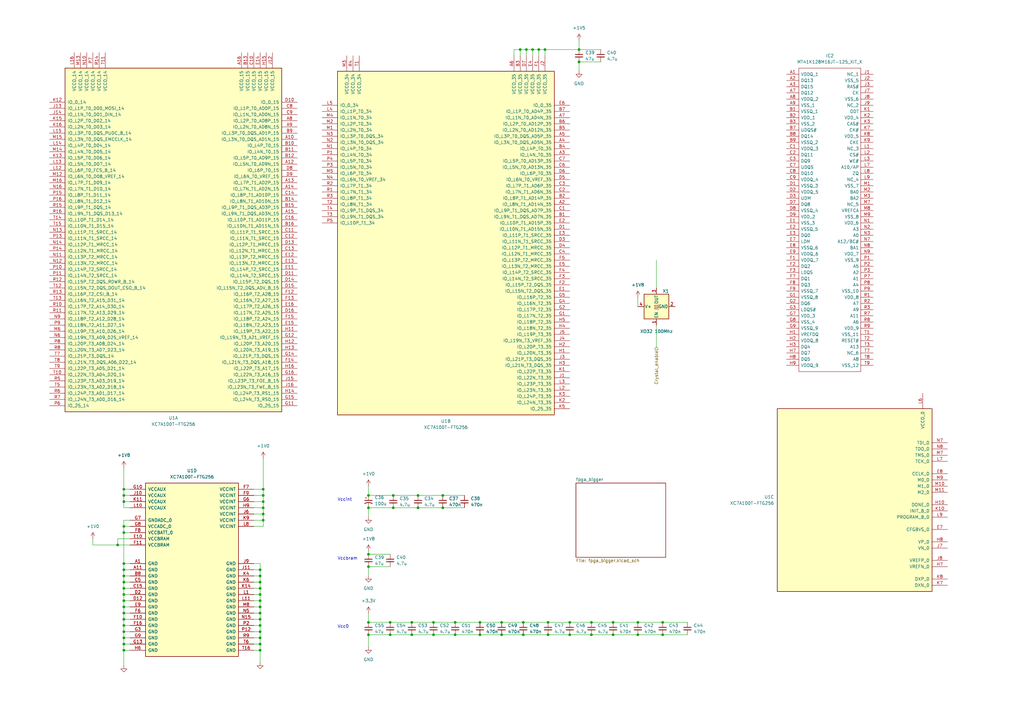
<source format=kicad_sch>
(kicad_sch (version 20230121) (generator eeschema)
  (paper "A3")
  (title_block (title "TripSitter FPGA") (date "4/20/2020") (rev "4.2.0") (company "NTNU x Nordic"))
  (junction (at 106.68 266.7))
  (junction (at 50.8 215.9))
  (junction (at 50.8 241.3))
  (junction (at 151.13 260.35))
  (junction (at 50.8 264.16))
  (junction (at 177.8 255.27))
  (junction (at 214.63 260.35))
  (junction (at 50.8 248.92))
  (junction (at 50.8 256.54))
  (junction (at 151.13 232.41))
  (junction (at 233.68 255.27))
  (junction (at 50.8 231.14))
  (junction (at 106.68 248.92))
  (junction (at 220.98 20.32))
  (junction (at 261.62 255.27))
  (junction (at 215.9 20.32))
  (junction (at 50.8 259.08))
  (junction (at 106.68 261.62))
  (junction (at 50.8 238.76))
  (junction (at 171.45 208.28))
  (junction (at 237.49 20.32))
  (junction (at 107.95 208.28))
  (junction (at 106.68 251.46))
  (junction (at 50.8 251.46))
  (junction (at 214.63 255.27))
  (junction (at 106.68 243.84))
  (junction (at 196.85 255.27))
  (junction (at 205.74 255.27))
  (junction (at 50.8 218.44))
  (junction (at 106.68 254))
  (junction (at 50.8 200.66))
  (junction (at 160.02 260.35))
  (junction (at 106.68 256.54))
  (junction (at 106.68 236.22))
  (junction (at 106.68 241.3))
  (junction (at 50.8 266.7))
  (junction (at 151.13 255.27))
  (junction (at 223.52 20.32))
  (junction (at 237.49 25.4))
  (junction (at 50.8 246.38))
  (junction (at 233.68 260.35))
  (junction (at 106.68 246.38))
  (junction (at 107.95 205.74))
  (junction (at 218.44 20.32))
  (junction (at 50.8 236.22))
  (junction (at 151.13 227.33))
  (junction (at 168.91 260.35))
  (junction (at 271.78 255.27))
  (junction (at 151.13 208.28))
  (junction (at 186.69 260.35))
  (junction (at 251.46 255.27))
  (junction (at 50.8 203.2))
  (junction (at 168.91 255.27))
  (junction (at 50.8 243.84))
  (junction (at 196.85 260.35))
  (junction (at 186.69 255.27))
  (junction (at 242.57 260.35))
  (junction (at 107.95 200.66))
  (junction (at 181.61 208.28))
  (junction (at 50.8 261.62))
  (junction (at 181.61 203.2))
  (junction (at 224.79 260.35))
  (junction (at 106.68 238.76))
  (junction (at 161.29 203.2))
  (junction (at 251.46 260.35))
  (junction (at 213.36 20.32))
  (junction (at 171.45 203.2))
  (junction (at 160.02 255.27))
  (junction (at 50.8 254))
  (junction (at 224.79 255.27))
  (junction (at 107.95 210.82))
  (junction (at 48.26 223.52))
  (junction (at 106.68 264.16))
  (junction (at 261.62 260.35))
  (junction (at 107.95 203.2))
  (junction (at 106.68 259.08))
  (junction (at 106.68 233.68))
  (junction (at 205.74 260.35))
  (junction (at 151.13 203.2))
  (junction (at 161.29 208.28))
  (junction (at 242.57 255.27))
  (junction (at 50.8 205.74))
  (junction (at 50.8 233.68))
  (junction (at 107.95 213.36))
  (junction (at 271.78 260.35))
  (junction (at 177.8 260.35))
  (wire (pts (xy 160.02 255.27) (xy 168.91 255.27)))
  (wire (pts (xy 215.9 20.32) (xy 215.9 22.86)))
  (wire (pts (xy 271.78 260.35) (xy 281.94 260.35)))
  (wire (pts (xy 50.8 238.76) (xy 53.34 238.76)))
  (wire (pts (xy 237.49 25.4) (xy 237.49 29.21)))
  (wire (pts (xy 50.8 236.22) (xy 50.8 238.76)))
  (wire (pts (xy 50.8 264.16) (xy 53.34 264.16)))
  (wire (pts (xy 106.68 256.54) (xy 104.14 256.54)))
  (wire (pts (xy 50.8 256.54) (xy 50.8 259.08)))
  (wire (pts (xy 242.57 255.27) (xy 251.46 255.27)))
  (wire (pts (xy 106.68 251.46) (xy 106.68 254)))
  (wire (pts (xy 107.95 187.96) (xy 107.95 200.66)))
  (wire (pts (xy 171.45 208.28) (xy 181.61 208.28)))
  (wire (pts (xy 50.8 213.36) (xy 50.8 215.9)))
  (wire (pts (xy 50.8 254) (xy 53.34 254)))
  (wire (pts (xy 50.8 205.74) (xy 53.34 205.74)))
  (wire (pts (xy 151.13 260.35) (xy 151.13 265.43)))
  (wire (pts (xy 106.68 256.54) (xy 106.68 259.08)))
  (wire (pts (xy 50.8 266.7) (xy 53.34 266.7)))
  (wire (pts (xy 151.13 232.41) (xy 160.02 232.41)))
  (wire (pts (xy 50.8 218.44) (xy 50.8 231.14)))
  (wire (pts (xy 104.14 208.28) (xy 107.95 208.28)))
  (wire (pts (xy 233.68 260.35) (xy 242.57 260.35)))
  (wire (pts (xy 50.8 254) (xy 50.8 256.54)))
  (wire (pts (xy 106.68 254) (xy 104.14 254)))
  (wire (pts (xy 104.14 205.74) (xy 107.95 205.74)))
  (wire (pts (xy 160.02 260.35) (xy 168.91 260.35)))
  (wire (pts (xy 53.34 208.28) (xy 50.8 208.28)))
  (wire (pts (xy 223.52 22.86) (xy 223.52 20.32)))
  (wire (pts (xy 151.13 251.46) (xy 151.13 255.27)))
  (wire (pts (xy 261.62 255.27) (xy 271.78 255.27)))
  (wire (pts (xy 168.91 260.35) (xy 177.8 260.35)))
  (wire (pts (xy 233.68 255.27) (xy 242.57 255.27)))
  (wire (pts (xy 151.13 227.33) (xy 160.02 227.33)))
  (wire (pts (xy 151.13 255.27) (xy 160.02 255.27)))
  (wire (pts (xy 106.68 261.62) (xy 104.14 261.62)))
  (wire (pts (xy 50.8 233.68) (xy 50.8 236.22)))
  (wire (pts (xy 224.79 255.27) (xy 233.68 255.27)))
  (wire (pts (xy 242.57 260.35) (xy 251.46 260.35)))
  (wire (pts (xy 106.68 251.46) (xy 104.14 251.46)))
  (wire (pts (xy 50.8 215.9) (xy 53.34 215.9)))
  (wire (pts (xy 210.82 22.86) (xy 210.82 20.32)))
  (wire (pts (xy 106.68 238.76) (xy 104.14 238.76)))
  (wire (pts (xy 50.8 251.46) (xy 50.8 254)))
  (wire (pts (xy 107.95 200.66) (xy 107.95 203.2)))
  (wire (pts (xy 106.68 246.38) (xy 106.68 248.92)))
  (wire (pts (xy 237.49 20.32) (xy 246.38 20.32)))
  (wire (pts (xy 106.68 241.3) (xy 104.14 241.3)))
  (wire (pts (xy 106.68 264.16) (xy 106.68 266.7)))
  (wire (pts (xy 107.95 200.66) (xy 104.14 200.66)))
  (wire (pts (xy 106.68 264.16) (xy 104.14 264.16)))
  (wire (pts (xy 196.85 255.27) (xy 205.74 255.27)))
  (wire (pts (xy 106.68 241.3) (xy 106.68 243.84)))
  (wire (pts (xy 50.8 246.38) (xy 53.34 246.38)))
  (wire (pts (xy 104.14 210.82) (xy 107.95 210.82)))
  (wire (pts (xy 106.68 248.92) (xy 106.68 251.46)))
  (wire (pts (xy 106.68 243.84) (xy 106.68 246.38)))
  (wire (pts (xy 50.8 261.62) (xy 53.34 261.62)))
  (wire (pts (xy 106.68 271.78) (xy 106.68 266.7)))
  (wire (pts (xy 106.68 238.76) (xy 106.68 241.3)))
  (wire (pts (xy 50.8 205.74) (xy 50.8 208.28)))
  (wire (pts (xy 151.13 260.35) (xy 160.02 260.35)))
  (wire (pts (xy 214.63 260.35) (xy 224.79 260.35)))
  (wire (pts (xy 181.61 208.28) (xy 190.5 208.28)))
  (wire (pts (xy 50.8 191.77) (xy 50.8 200.66)))
  (wire (pts (xy 50.8 248.92) (xy 50.8 251.46)))
  (wire (pts (xy 269.24 118.11) (xy 269.24 106.68)))
  (wire (pts (xy 210.82 20.32) (xy 213.36 20.32)))
  (wire (pts (xy 214.63 255.27) (xy 224.79 255.27)))
  (wire (pts (xy 218.44 20.32) (xy 218.44 22.86)))
  (wire (pts (xy 106.68 236.22) (xy 104.14 236.22)))
  (wire (pts (xy 50.8 231.14) (xy 53.34 231.14)))
  (wire (pts (xy 106.68 248.92) (xy 104.14 248.92)))
  (wire (pts (xy 50.8 203.2) (xy 53.34 203.2)))
  (wire (pts (xy 53.34 220.98) (xy 48.26 220.98)))
  (wire (pts (xy 50.8 241.3) (xy 53.34 241.3)))
  (wire (pts (xy 220.98 20.32) (xy 223.52 20.32)))
  (wire (pts (xy 161.29 208.28) (xy 171.45 208.28)))
  (wire (pts (xy 48.26 220.98) (xy 48.26 223.52)))
  (wire (pts (xy 151.13 203.2) (xy 161.29 203.2)))
  (wire (pts (xy 50.8 200.66) (xy 50.8 203.2)))
  (wire (pts (xy 107.95 208.28) (xy 107.95 210.82)))
  (wire (pts (xy 213.36 20.32) (xy 215.9 20.32)))
  (wire (pts (xy 237.49 16.51) (xy 237.49 20.32)))
  (wire (pts (xy 50.8 243.84) (xy 50.8 246.38)))
  (wire (pts (xy 220.98 20.32) (xy 220.98 22.86)))
  (wire (pts (xy 106.68 233.68) (xy 104.14 233.68)))
  (wire (pts (xy 106.68 246.38) (xy 104.14 246.38)))
  (wire (pts (xy 50.8 203.2) (xy 50.8 205.74)))
  (wire (pts (xy 50.8 261.62) (xy 50.8 264.16)))
  (wire (pts (xy 237.49 25.4) (xy 246.38 25.4)))
  (wire (pts (xy 181.61 203.2) (xy 190.5 203.2)))
  (wire (pts (xy 177.8 255.27) (xy 186.69 255.27)))
  (wire (pts (xy 107.95 213.36) (xy 107.95 215.9)))
  (wire (pts (xy 218.44 20.32) (xy 220.98 20.32)))
  (wire (pts (xy 50.8 248.92) (xy 53.34 248.92)))
  (wire (pts (xy 261.62 121.92) (xy 261.62 125.73)))
  (wire (pts (xy 106.68 233.68) (xy 106.68 236.22)))
  (wire (pts (xy 50.8 231.14) (xy 50.8 233.68)))
  (wire (pts (xy 50.8 259.08) (xy 53.34 259.08)))
  (wire (pts (xy 104.14 215.9) (xy 107.95 215.9)))
  (wire (pts (xy 215.9 20.32) (xy 218.44 20.32)))
  (wire (pts (xy 177.8 260.35) (xy 186.69 260.35)))
  (wire (pts (xy 50.8 200.66) (xy 53.34 200.66)))
  (wire (pts (xy 107.95 210.82) (xy 107.95 213.36)))
  (wire (pts (xy 106.68 243.84) (xy 104.14 243.84)))
  (wire (pts (xy 186.69 260.35) (xy 196.85 260.35)))
  (wire (pts (xy 107.95 205.74) (xy 107.95 208.28)))
  (wire (pts (xy 50.8 264.16) (xy 50.8 266.7)))
  (wire (pts (xy 261.62 260.35) (xy 271.78 260.35)))
  (wire (pts (xy 50.8 259.08) (xy 50.8 261.62)))
  (wire (pts (xy 213.36 20.32) (xy 213.36 22.86)))
  (wire (pts (xy 50.8 236.22) (xy 53.34 236.22)))
  (wire (pts (xy 224.79 260.35) (xy 233.68 260.35)))
  (wire (pts (xy 151.13 208.28) (xy 151.13 212.09)))
  (wire (pts (xy 50.8 251.46) (xy 53.34 251.46)))
  (wire (pts (xy 50.8 243.84) (xy 53.34 243.84)))
  (wire (pts (xy 196.85 260.35) (xy 205.74 260.35)))
  (wire (pts (xy 251.46 260.35) (xy 261.62 260.35)))
  (wire (pts (xy 151.13 226.06) (xy 151.13 227.33)))
  (wire (pts (xy 151.13 199.39) (xy 151.13 203.2)))
  (wire (pts (xy 171.45 203.2) (xy 181.61 203.2)))
  (wire (pts (xy 38.1 220.98) (xy 38.1 223.52)))
  (wire (pts (xy 205.74 260.35) (xy 214.63 260.35)))
  (wire (pts (xy 106.68 266.7) (xy 104.14 266.7)))
  (wire (pts (xy 50.8 213.36) (xy 53.34 213.36)))
  (wire (pts (xy 104.14 203.2) (xy 107.95 203.2)))
  (wire (pts (xy 186.69 255.27) (xy 196.85 255.27)))
  (wire (pts (xy 50.8 266.7) (xy 50.8 273.05)))
  (wire (pts (xy 106.68 254) (xy 106.68 256.54)))
  (wire (pts (xy 106.68 261.62) (xy 106.68 264.16)))
  (wire (pts (xy 168.91 255.27) (xy 177.8 255.27)))
  (wire (pts (xy 50.8 218.44) (xy 53.34 218.44)))
  (wire (pts (xy 50.8 256.54) (xy 53.34 256.54)))
  (wire (pts (xy 48.26 223.52) (xy 38.1 223.52)))
  (wire (pts (xy 106.68 259.08) (xy 104.14 259.08)))
  (wire (pts (xy 205.74 255.27) (xy 214.63 255.27)))
  (wire (pts (xy 161.29 203.2) (xy 171.45 203.2)))
  (wire (pts (xy 106.68 236.22) (xy 106.68 238.76)))
  (wire (pts (xy 223.52 20.32) (xy 237.49 20.32)))
  (wire (pts (xy 106.68 259.08) (xy 106.68 261.62)))
  (wire (pts (xy 106.68 233.68) (xy 106.68 231.14)))
  (wire (pts (xy 107.95 203.2) (xy 107.95 205.74)))
  (wire (pts (xy 50.8 246.38) (xy 50.8 248.92)))
  (wire (pts (xy 151.13 232.41) (xy 151.13 236.22)))
  (wire (pts (xy 50.8 233.68) (xy 53.34 233.68)))
  (wire (pts (xy 50.8 241.3) (xy 50.8 243.84)))
  (wire (pts (xy 50.8 238.76) (xy 50.8 241.3)))
  (wire (pts (xy 269.24 133.35) (xy 269.24 142.24)))
  (wire (pts (xy 104.14 231.14) (xy 106.68 231.14)))
  (wire (pts (xy 151.13 208.28) (xy 161.29 208.28)))
  (wire (pts (xy 48.26 223.52) (xy 53.34 223.52)))
  (wire (pts (xy 271.78 255.27) (xy 281.94 255.27)))
  (wire (pts (xy 251.46 255.27) (xy 261.62 255.27)))
  (wire (pts (xy 50.8 215.9) (xy 50.8 218.44)))
  (wire (pts (xy 104.14 213.36) (xy 107.95 213.36)))
  (text "Vccint\n" (at 138.43 205.74 0) (effects (font (size 1.27 1.27)) (justify left bottom)))
  (text "Vcc0" (at 138.43 257.81 0) (effects (font (size 1.27 1.27)) (justify left bottom)))
  (text "Vccbram" (at 138.43 229.87 0) (effects (font (size 1.27 1.27)) (justify left bottom)))
  (hierarchical_label "Crystal_enable" (shape input) (at 269.24 142.24 270))
  (symbol (lib_id "Device:C_Small") (at 214.63 257.81 0) (unit 1)
    (property "Reference" "C48" (at 217.17 256.5463 0) (effects (justify left)))
    (property "Value" "470n" (at 217.17 259.0863 0) (effects (justify left)))
    (property "Footprint" "Capacitor_SMD:C_0201_0603Metric_Pad0.64x0.40mm_HandSolder" (effects hide))
    (instances (project "FPGAlayout" (path "" (reference "C48") (unit 1))) (project "RayTracingPCB" (path "" (reference "C48") (unit 1))) (project "TripSitter" (path "" (reference "C17") (unit 1))))
  )
  (symbol (lib_id "Device:C_Small") (at 186.69 257.81 0) (unit 1)
    (property "Reference" "C51" (at 189.23 256.5463 0) (effects (justify left)))
    (property "Value" "470n" (at 189.23 259.0863 0) (effects (justify left)))
    (property "Footprint" "Capacitor_SMD:C_0201_0603Metric_Pad0.64x0.40mm_HandSolder" (effects hide))
    (instances (project "FPGAlayout" (path "" (reference "C51") (unit 1))) (project "RayTracingPCB" (path "" (reference "C51") (unit 1))) (project "TripSitter" (path "" (reference "C13") (unit 1))))
  )
  (symbol (lib_id "Device:C_Small") (at 233.68 257.81 0) (unit 1)
    (property "Reference" "C46" (at 236.22 256.5463 0) (effects (justify left)))
    (property "Value" "4.7u" (at 236.22 259.0863 0) (effects (justify left)))
    (property "Footprint" "Capacitor_SMD:C_0201_0603Metric_Pad0.64x0.40mm_HandSolder" (effects hide))
    (instances (project "FPGAlayout" (path "" (reference "C46") (unit 1))) (project "RayTracingPCB" (path "" (reference "C46") (unit 1))) (project "TripSitter" (path "" (reference "C21") (unit 1))))
  )
  (symbol (lib_id "Device:C_Small") (at 205.74 257.81 0) (unit 1)
    (property "Reference" "C49" (at 208.28 256.5463 0) (effects (justify left)))
    (property "Value" "470n" (at 208.28 259.0863 0) (effects (justify left)))
    (property "Footprint" "Capacitor_SMD:C_0201_0603Metric_Pad0.64x0.40mm_HandSolder" (effects hide))
    (instances (project "FPGAlayout" (path "" (reference "C49") (unit 1))) (project "RayTracingPCB" (path "" (reference "C49") (unit 1))) (project "TripSitter" (path "" (reference "C16") (unit 1))))
  )
  (symbol (lib_id "Device:C_Small") (at 181.61 205.74 0) (unit 1)
    (property "Reference" "C37" (at 184.15 204.4763 0) (effects (justify left)))
    (property "Value" "470n" (at 184.15 207.0163 0) (effects (justify left)))
    (property "Footprint" "Capacitor_SMD:C_0201_0603Metric_Pad0.64x0.40mm_HandSolder" (effects hide))
    (instances (project "FPGAlayout" (path "" (reference "C37") (unit 1))) (project "RayTracingPCB" (path "" (reference "C37") (unit 1))) (project "TripSitter" (path "" (reference "C12") (unit 1))))
  )
  (symbol (lib_id "Device:C_Small") (at 196.85 257.81 0) (unit 1)
    (property "Reference" "C50" (at 199.39 256.5463 0) (effects (justify left)))
    (property "Value" "470n" (at 199.39 259.0863 0) (effects (justify left)))
    (property "Footprint" "Capacitor_SMD:C_0201_0603Metric_Pad0.64x0.40mm_HandSolder" (effects hide))
    (instances (project "FPGAlayout" (path "" (reference "C50") (unit 1))) (project "RayTracingPCB" (path "" (reference "C50") (unit 1))) (project "TripSitter" (path "" (reference "C15") (unit 1))))
  )
  (symbol (lib_id "power:GND") (at 151.13 212.09 0) (unit 1)
    (property "Reference" "#PWR042" (effects hide))
    (property "Value" "GND" (at 151.13 217.17 0))
    (instances (project "FPGAlayout" (path "" (reference "#PWR042") (unit 1))) (project "RayTracingPCB" (path "" (reference "#PWR042") (unit 1))) (project "TripSitter" (path "" (reference "#PWR011") (unit 1))))
  )
  (symbol (lib_id "power:GND") (at 151.13 236.22 0) (unit 1)
    (property "Reference" "#PWR047" (effects hide))
    (property "Value" "GND" (at 151.13 241.3 0))
    (instances (project "FPGAlayout" (path "" (reference "#PWR047") (unit 1))) (project "RayTracingPCB" (path "" (reference "#PWR047") (unit 1))) (project "TripSitter" (path "" (reference "#PWR013") (unit 1))))
  )
  (symbol (lib_id "Device:C_Small") (at 161.29 205.74 0) (unit 1)
    (property "Reference" "C35" (at 163.83 204.4763 0) (effects (justify left)))
    (property "Value" "4.7u" (at 163.83 207.0163 0) (effects (justify left)))
    (property "Footprint" "Capacitor_SMD:C_0201_0603Metric_Pad0.64x0.40mm_HandSolder" (effects hide))
    (instances (project "FPGAlayout" (path "" (reference "C35") (unit 1))) (project "RayTracingPCB" (path "" (reference "C35") (unit 1))) (project "TripSitter" (path "" (reference "C8") (unit 1))))
  )
  (symbol (lib_id "power:GND") (at 106.68 271.78 0) (unit 1)
    (property "Reference" "#PWR037" (effects hide))
    (property "Value" "GND" (effects hide))
    (instances (project "FPGAlayout" (path "" (reference "#PWR037") (unit 1))) (project "RayTracingPCB" (path "" (reference "#PWR037") (unit 1))) (project "TripSitter" (path "" (reference "#PWR019") (unit 1))))
  )
  (symbol (lib_id "Device:C_Small") (at 242.57 257.81 0) (unit 1)
    (property "Reference" "C45" (at 245.11 256.5463 0) (effects (justify left)))
    (property "Value" "4.7u" (at 245.11 259.0863 0) (effects (justify left)))
    (property "Footprint" "Capacitor_SMD:C_0201_0603Metric_Pad0.64x0.40mm_HandSolder" (effects hide))
    (instances (project "FPGAlayout" (path "" (reference "C45") (unit 1))) (project "RayTracingPCB" (path "" (reference "C45") (unit 1))) (project "TripSitter" (path "" (reference "C22") (unit 1))))
  )
  (symbol (lib_id "Device:C_Small") (at 237.49 22.86 0) (unit 1)
    (property "Reference" "C39" (at 240.03 21.5963 0) (effects (justify left)))
    (property "Value" "47u" (at 240.03 24.1363 0) (effects (justify left)))
    (property "Footprint" "Capacitor_SMD:C_0201_0603Metric_Pad0.64x0.40mm_HandSolder" (effects hide))
    (instances (project "ddr3_ram" (path "" (reference "C39") (unit 1))) (project "RayTracingPCB" (path "" (reference "C39") (unit 1)) (path "" (reference "C56") (unit 1))) (project "TripSitter" (path "" (reference "C1") (unit 1))))
  )
  (symbol (lib_id "power:GND") (at 151.13 265.43 0) (unit 1)
    (property "Reference" "#PWR049" (effects hide))
    (property "Value" "GND" (at 151.13 270.51 0))
    (instances (project "FPGAlayout" (path "" (reference "#PWR049") (unit 1))) (project "RayTracingPCB" (path "" (reference "#PWR049") (unit 1))) (project "TripSitter" (path "" (reference "#PWR020") (unit 1))))
  )
  (symbol (lib_id "power:+1V0") (at 107.95 187.96 0) (unit 1)
    (property "Reference" "#PWR050" (effects hide))
    (property "Value" "+1V0" (at 107.95 182.88 0))
    (instances (project "FPGAlayout" (path "" (reference "#PWR050") (unit 1))) (project "RayTracingPCB" (path "" (reference "#PWR050") (unit 1))) (project "TripSitter" (path "" (reference "#PWR016") (unit 1))))
  )
  (symbol (lib_id "Device:C_Small") (at 246.38 22.86 0) (unit 1)
    (property "Reference" "C40" (at 248.92 21.5963 0) (effects (justify left)))
    (property "Value" "4.7u" (at 248.92 24.1363 0) (effects (justify left)))
    (property "Footprint" "Capacitor_SMD:C_0201_0603Metric_Pad0.64x0.40mm_HandSolder" (effects hide))
    (instances (project "ddr3_ram" (path "" (reference "C40") (unit 1))) (project "RayTracingPCB" (path "" (reference "C40") (unit 1)) (path "" (reference "C57") (unit 1))) (project "TripSitter" (path "" (reference "C2") (unit 1))))
  )
  (symbol (lib_id "Device:C_Small") (at 251.46 257.81 0) (unit 1)
    (property "Reference" "C41" (at 254 256.5463 0) (effects (justify left)))
    (property "Value" "470n" (at 254 259.0863 0) (effects (justify left)))
    (property "Footprint" "Capacitor_SMD:C_0201_0603Metric_Pad0.64x0.40mm_HandSolder" (effects hide))
    (instances (project "FPGAlayout" (path "" (reference "C41") (unit 1))) (project "RayTracingPCB" (path "" (reference "C41") (unit 1))) (project "TripSitter" (path "" (reference "C23") (unit 1))))
  )
  (symbol (lib_id "Device:C_Small") (at 281.94 257.81 0) (unit 1)
    (property "Reference" "C44" (at 284.48 256.5463 0) (effects (justify left)))
    (property "Value" "470n" (at 284.48 259.0863 0) (effects (justify left)))
    (property "Footprint" "Capacitor_SMD:C_0201_0603Metric_Pad0.64x0.40mm_HandSolder" (effects hide))
    (instances (project "FPGAlayout" (path "" (reference "C44") (unit 1))) (project "RayTracingPCB" (path "" (reference "C44") (unit 1))) (project "TripSitter" (path "" (reference "C26") (unit 1))))
  )
  (symbol (lib_id "power:+1V8") (at 261.62 121.92 0) (unit 1)
    (property "Reference" "#PWR052" (effects hide))
    (property "Value" "+1V8" (at 261.62 116.84 0))
    (instances (project "ddr3_ram" (path "" (reference "#PWR052") (unit 1))) (project "RayTracingPCB" (path "" (reference "#PWR052") (unit 1))) (project "TripSitter" (path "" (reference "#PWR09") (unit 1))))
  )
  (symbol (lib_id "Device:C_Small") (at 151.13 229.87 0) (unit 1)
    (property "Reference" "C39" (at 153.67 228.6063 0) (effects (justify left)))
    (property "Value" "47u" (at 153.67 231.1463 0) (effects (justify left)))
    (property "Footprint" "Capacitor_SMD:C_0201_0603Metric_Pad0.64x0.40mm_HandSolder" (effects hide))
    (instances (project "FPGAlayout" (path "" (reference "C39") (unit 1))) (project "RayTracingPCB" (path "" (reference "C39") (unit 1))) (project "TripSitter" (path "" (reference "C4") (unit 1))))
  )
  (symbol (lib_id "DDR:MT41K128M16JT-125_XIT_K") (at 322.58 30.48 0) (unit 1)
    (property "Reference" "IC2" (at 340.36 22.86 0))
    (property "Value" "MT41K128M16JT-125_XIT_K" (at 340.36 25.4 0))
    (property "Footprint" "Package_BGA:Micron_FBGA-96_8x14mm_Layout9x16_P0.8mm" (effects hide))
    (property "Datasheet" "https://www.micron.com/products/dram/ddr3-sdram/part-catalog/mt41k128m16jt-125-xit" (effects hide))
    (property "Description" "DRAM DDR3 2G 128MX16 FBGA" (effects hide))
    (property "Height" "1.2" (effects hide))
    (property "Manufacturer_Name" "Micron" (effects hide))
    (property "Manufacturer_Part_Number" "MT41K128M16JT-125 XIT:K" (effects hide))
    (property "Mouser Part Number" "340-191376-TRAY" (effects hide))
    (property "Mouser Price/Stock" "https://www.mouser.co.uk/ProductDetail/Micron/MT41K128M16JT-125-XITK?qs=rrS6PyfT74f1o9La%252BXuuNQ%3D%3D" (effects hide))
    (property "Arrow Part Number" "MT41K128M16JT-125 XIT:K" (effects hide))
    (property "Arrow Price/Stock" "https://www.arrow.com/en/products/mt41k128m16jt-125-xitk/micron-technology?region=europe" (effects hide))
  )
  (symbol (lib_id "Oscillator:XO32") (at 269.24 125.73 90) (unit 1)
    (property "Reference" "X1" (at 273.05 119.38 90))
    (property "Value" "XO32 100Mhz" (at 269.24 135.89 90))
    (property "Footprint" "Oscillator:Oscillator_SMD_TXC_7C-4Pin_5.0x3.2mm_HandSoldering" (effects hide))
    (property "Datasheet" "https://www.digikey.no/no/products/detail/ecs-inc/ECS-3518-1000-B-TR/813170" (effects hide))
  )
  (symbol (lib_id "FPGA_Xilinx_Artix7:XC7A100T-FTG256") (at 71.12 95.25 0) (unit 1)
    (property "Reference" "U1" (at 71.12 171.45 0))
    (property "Value" "XC7A100T-FTG256" (at 71.12 173.99 0))
    (property "Footprint" "Package_BGA:Xilinx_FTG256" (effects hide))
  )
  (symbol (lib_id "Device:C_Small") (at 151.13 257.81 0) (unit 1)
    (property "Reference" "C55" (at 153.67 256.5463 0) (effects (justify left)))
    (property "Value" "47u" (at 153.67 259.0863 0) (effects (justify left)))
    (property "Footprint" "Capacitor_SMD:C_0201_0603Metric_Pad0.64x0.40mm_HandSolder" (effects hide))
    (instances (project "FPGAlayout" (path "" (reference "C55") (unit 1))) (project "RayTracingPCB" (path "" (reference "C55") (unit 1))) (project "TripSitter" (path "" (reference "C5") (unit 1))))
  )
  (symbol (lib_id "power:+1V8") (at 50.8 191.77 0) (unit 1)
    (property "Reference" "#PWR053" (effects hide))
    (property "Value" "+1V8" (at 50.8 186.69 0))
    (instances (project "FPGAlayout" (path "" (reference "#PWR053") (unit 1))) (project "RayTracingPCB" (path "" (reference "#PWR053") (unit 1))) (project "TripSitter" (path "" (reference "#PWR015") (unit 1))))
  )
  (symbol (lib_id "power:+3.3V") (at 151.13 251.46 0) (unit 1)
    (property "Reference" "#PWR046" (effects hide))
    (property "Value" "+3.3V" (at 151.13 246.38 0))
    (instances (project "FPGAlayout" (path "" (reference "#PWR046") (unit 1))) (project "RayTracingPCB" (path "" (reference "#PWR046") (unit 1))) (project "TripSitter" (path "" (reference "#PWR014") (unit 1))))
  )
  (symbol (lib_id "Device:C_Small") (at 171.45 205.74 0) (unit 1)
    (property "Reference" "C34" (at 173.99 204.4763 0) (effects (justify left)))
    (property "Value" "4.7u" (at 173.99 207.0163 0) (effects (justify left)))
    (property "Footprint" "Capacitor_SMD:C_0201_0603Metric_Pad0.64x0.40mm_HandSolder" (effects hide))
    (instances (project "FPGAlayout" (path "" (reference "C34") (unit 1))) (project "RayTracingPCB" (path "" (reference "C34") (unit 1))) (project "TripSitter" (path "" (reference "C10") (unit 1))))
  )
  (symbol (lib_id "Device:C_Small") (at 168.91 257.81 0) (unit 1)
    (property "Reference" "C53" (at 171.45 256.5463 0) (effects (justify left)))
    (property "Value" "4.7u" (at 171.45 259.0863 0) (effects (justify left)))
    (property "Footprint" "Capacitor_SMD:C_0201_0603Metric_Pad0.64x0.40mm_HandSolder" (effects hide))
    (instances (project "FPGAlayout" (path "" (reference "C53") (unit 1))) (project "RayTracingPCB" (path "" (reference "C53") (unit 1))) (project "TripSitter" (path "" (reference "C9") (unit 1))))
  )
  (symbol (lib_id "power:+1V0") (at 38.1 220.98 0) (unit 1)
    (property "Reference" "#PWR051" (effects hide))
    (property "Value" "+1V0" (at 38.1 215.9 0))
    (instances (project "FPGAlayout" (path "" (reference "#PWR051") (unit 1))) (project "RayTracingPCB" (path "" (reference "#PWR051") (unit 1))) (project "TripSitter" (path "" (reference "#PWR017") (unit 1))))
  )
  (symbol (lib_id "FPGA_Xilinx_Artix7:XC7A100T-FTG256") (at 78.74 233.68 0) (unit 4)
    (property "Reference" "U1" (at 78.74 193.04 0))
    (property "Value" "XC7A100T-FTG256" (at 78.74 195.58 0))
    (property "Footprint" "Package_BGA:Xilinx_FTG256" (effects hide))
  )
  (symbol (lib_id "FPGA_Xilinx_Artix7:XC7A100T-FTG256") (at 350.52 201.93 0) (unit 3)
    (property "Reference" "U1" (at 317.5 203.835 0) (effects (justify right)))
    (property "Value" "XC7A100T-FTG256" (at 317.5 206.375 0) (effects (justify right)))
    (property "Footprint" "Package_BGA:Xilinx_FTG256" (effects hide))
  )
  (symbol (lib_id "power:GND") (at 50.8 273.05 0) (unit 1)
    (property "Reference" "#PWR037" (effects hide))
    (property "Value" "GND" (effects hide))
    (instances (project "FPGAlayout" (path "" (reference "#PWR037") (unit 1))) (project "RayTracingPCB" (path "" (reference "#PWR037") (unit 1))) (project "TripSitter" (path "" (reference "#PWR018") (unit 1))))
  )
  (symbol (lib_id "power:+1V8") (at 151.13 226.06 0) (unit 1)
    (property "Reference" "#PWR048" (effects hide))
    (property "Value" "+1V8" (at 151.13 220.98 0))
    (instances (project "FPGAlayout" (path "" (reference "#PWR048") (unit 1))) (project "RayTracingPCB" (path "" (reference "#PWR048") (unit 1))) (project "TripSitter" (path "" (reference "#PWR012") (unit 1))))
  )
  (symbol (lib_id "Device:C_Small") (at 271.78 257.81 0) (unit 1)
    (property "Reference" "C43" (at 274.32 256.5463 0) (effects (justify left)))
    (property "Value" "470n" (at 274.32 259.0863 0) (effects (justify left)))
    (property "Footprint" "Capacitor_SMD:C_0201_0603Metric_Pad0.64x0.40mm_HandSolder" (effects hide))
    (instances (project "FPGAlayout" (path "" (reference "C43") (unit 1))) (project "RayTracingPCB" (path "" (reference "C43") (unit 1))) (project "TripSitter" (path "" (reference "C25") (unit 1))))
  )
  (symbol (lib_id "Device:C_Small") (at 160.02 229.87 0) (unit 1)
    (property "Reference" "C40" (at 162.56 228.6063 0) (effects (justify left)))
    (property "Value" "4.7u" (at 162.56 231.1463 0) (effects (justify left)))
    (property "Footprint" "Capacitor_SMD:C_0201_0603Metric_Pad0.64x0.40mm_HandSolder" (effects hide))
    (instances (project "FPGAlayout" (path "" (reference "C40") (unit 1))) (project "RayTracingPCB" (path "" (reference "C40") (unit 1))) (project "TripSitter" (path "" (reference "C6") (unit 1))))
  )
  (symbol (lib_id "Device:C_Polarized_Small_US") (at 151.13 205.74 0) (unit 1)
    (property "Reference" "C36" (at 153.67 204.0382 0) (effects (justify left)))
    (property "Value" "100u" (at 153.67 206.5782 0) (effects (justify left)))
    (property "Footprint" "Capacitor_SMD:C_0201_0603Metric_Pad0.64x0.40mm_HandSolder" (effects hide))
    (instances (project "FPGAlayout" (path "" (reference "C36") (unit 1))) (project "RayTracingPCB" (path "" (reference "C36") (unit 1))) (project "TripSitter" (path "" (reference "C3") (unit 1))))
  )
  (symbol (lib_id "power:GND") (at 237.49 29.21 0) (unit 1)
    (property "Reference" "#PWR047" (effects hide))
    (property "Value" "GND" (at 237.49 34.29 0))
    (instances (project "ddr3_ram" (path "" (reference "#PWR047") (unit 1))) (project "RayTracingPCB" (path "" (reference "#PWR047") (unit 1)) (path "" (reference "#PWR056") (unit 1))) (project "TripSitter" (path "" (reference "#PWR08") (unit 1))))
  )
  (symbol (lib_id "power:+1V5") (at 237.49 16.51 0) (unit 1)
    (property "Reference" "#PWR055" (effects hide))
    (property "Value" "+1V5" (at 237.49 11.43 0))
    (instances (project "ddr3_ram" (path "" (reference "#PWR055") (unit 1))) (project "RayTracingPCB" (path "" (reference "#PWR055") (unit 1))) (project "TripSitter" (path "" (reference "#PWR07") (unit 1))))
  )
  (symbol (lib_id "Device:C_Small") (at 160.02 257.81 0) (unit 1)
    (property "Reference" "C54" (at 162.56 256.5463 0) (effects (justify left)))
    (property "Value" "4.7u" (at 162.56 259.0863 0) (effects (justify left)))
    (property "Footprint" "Capacitor_SMD:C_0201_0603Metric_Pad0.64x0.40mm_HandSolder" (effects hide))
    (instances (project "FPGAlayout" (path "" (reference "C54") (unit 1))) (project "RayTracingPCB" (path "" (reference "C54") (unit 1))) (project "TripSitter" (path "" (reference "C7") (unit 1))))
  )
  (symbol (lib_id "FPGA_Xilinx_Artix7:XC7A100T-FTG256") (at 182.88 96.52 0) (unit 2)
    (property "Reference" "U1" (at 182.88 172.72 0))
    (property "Value" "XC7A100T-FTG256" (at 182.88 175.26 0))
    (property "Footprint" "Package_BGA:Xilinx_FTG256" (effects hide))
  )
  (symbol (lib_id "Device:C_Small") (at 177.8 257.81 0) (unit 1)
    (property "Reference" "C52" (at 180.34 256.5463 0) (effects (justify left)))
    (property "Value" "4.7u" (at 180.34 259.0863 0) (effects (justify left)))
    (property "Footprint" "Capacitor_SMD:C_0201_0603Metric_Pad0.64x0.40mm_HandSolder" (effects hide))
    (instances (project "FPGAlayout" (path "" (reference "C52") (unit 1))) (project "RayTracingPCB" (path "" (reference "C52") (unit 1))) (project "TripSitter" (path "" (reference "C11") (unit 1))))
  )
  (symbol (lib_id "power:+1V0") (at 151.13 199.39 0) (unit 1)
    (property "Reference" "#PWR039" (effects hide))
    (property "Value" "+1V0" (at 151.13 194.31 0))
    (instances (project "FPGAlayout" (path "" (reference "#PWR039") (unit 1))) (project "RayTracingPCB" (path "" (reference "#PWR039") (unit 1))) (project "TripSitter" (path "" (reference "#PWR010") (unit 1))))
  )
  (symbol (lib_id "Device:C_Small") (at 224.79 257.81 0) (unit 1)
    (property "Reference" "C47" (at 227.33 256.5463 0) (effects (justify left)))
    (property "Value" "4.7u" (at 227.33 259.0863 0) (effects (justify left)))
    (property "Footprint" "Capacitor_SMD:C_0201_0603Metric_Pad0.64x0.40mm_HandSolder" (effects hide))
    (instances (project "FPGAlayout" (path "" (reference "C47") (unit 1))) (project "RayTracingPCB" (path "" (reference "C47") (unit 1))) (project "TripSitter" (path "" (reference "C20") (unit 1))))
  )
  (symbol (lib_id "Device:C_Small") (at 261.62 257.81 0) (unit 1)
    (property "Reference" "C42" (at 264.16 256.5463 0) (effects (justify left)))
    (property "Value" "470n" (at 264.16 259.0863 0) (effects (justify left)))
    (property "Footprint" "Capacitor_SMD:C_0201_0603Metric_Pad0.64x0.40mm_HandSolder" (effects hide))
    (instances (project "FPGAlayout" (path "" (reference "C42") (unit 1))) (project "RayTracingPCB" (path "" (reference "C42") (unit 1))) (project "TripSitter" (path "" (reference "C24") (unit 1))))
  )
  (symbol (lib_id "Device:C_Small") (at 190.5 205.74 0) (unit 1)
    (property "Reference" "C38" (at 193.04 204.4763 0) (effects (justify left)))
    (property "Value" "470n" (at 193.04 207.0163 0) (effects (justify left)))
    (property "Footprint" "Capacitor_SMD:C_0201_0603Metric_Pad0.64x0.40mm_HandSolder" (effects hide))
    (instances (project "FPGAlayout" (path "" (reference "C38") (unit 1))) (project "RayTracingPCB" (path "" (reference "C38") (unit 1))) (project "TripSitter" (path "" (reference "C14") (unit 1))))
  )
  (sheet (at 236.22 198.12) (size 36.83 30.48) (stroke (width 0.1524))
    (property "Sheetname" "fpga_bigger" (at 236.22 197.4084 0) (effects (justify left bottom)))
    (property "Sheetfile" "fpga_bigger.kicad_sch" (at 236.22 229.1846 0) (effects (justify left top)))
  )
)
</source>
